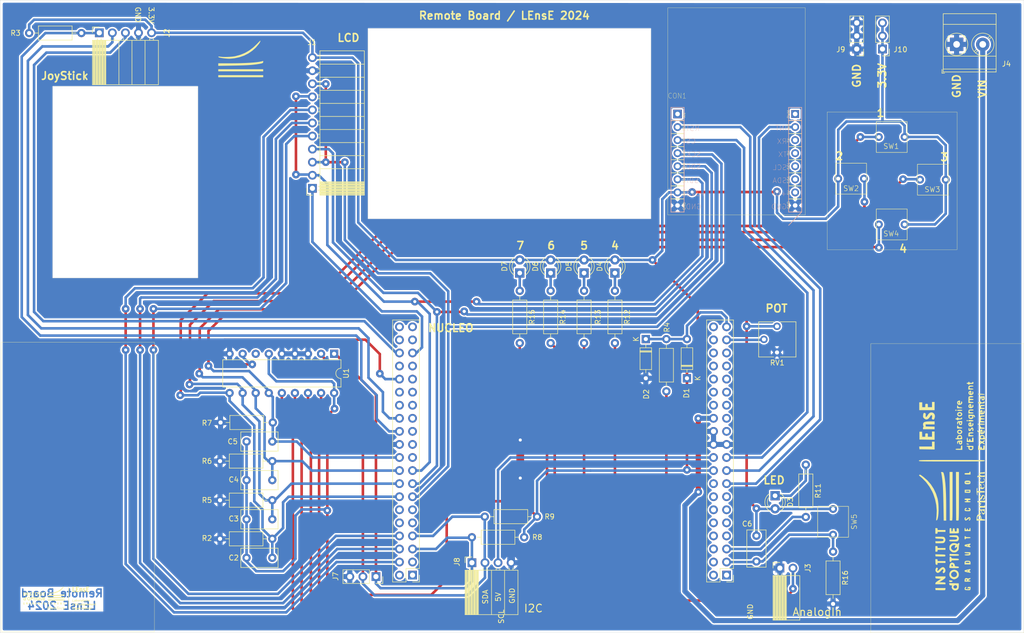
<source format=kicad_pcb>
(kicad_pcb (version 20240108) (generator "pcbnew") (generator_version "8.0")
  (layers (0 "F.Cu" signal) (31 "B.Cu" signal) (34 "B.Paste" user) (35 "F.Paste" user) (36 "B.SilkS" user "B.Silkscreen") (37 "F.SilkS" user "F.Silkscreen") (38 "B.Mask" user) (39 "F.Mask" user) (44 "Edge.Cuts" user))
  (net 0 "")
  (net 1 "GND")
  (net 2 "JOYSW")
  (net 3 "SW1_OUT")
  (net 4 "SW2_OUT")
  (net 5 "SW3_OUT")
  (net 6 "VIN")
  (net 7 "5V_NUC")
  (net 8 "SW4_OUT")
  (net 9 "nRF_CS")
  (net 13 "nRF_CE")
  (net 14 "nRF_INT")
  (net 19 "AN_IN")
  (net 20 "Net-(D3-K)")
  (net 21 "Net-(D4-K)")
  (net 22 "Net-(D5-K)")
  (net 23 "Net-(D6-K)")
  (net 24 "Net-(D7-K)")
  (net 25 "SD_CS")
  (net 26 "LCD_CS")
  (net 27 "LCD_RES")
  (net 28 "LCD_DC")
  (net 29 "JOYY")
  (net 30 "JOYX")
  (net 31 "Net-(J3-Pin_2)")
  (net 38 "3.3V_NUC")
  (net 39 "SCK")
  (net 40 "MISO")
  (net 41 "MOSI")
  (net 43 "ADC_OUT")
  (net 59 "POT_OUT")
  (net 66 "SDA")
  (net 68 "USER_BUTTON")
  (net 69 "SCL")
  (net 76 "MCP_INT")
  (net 81 "LED_OUT")
  (net 83 "LED1")
  (net 84 "LED2")
  (net 85 "LED3")
  (net 86 "LED4")
  (net 88 "SW5_OUT")
  (net 91 "unconnected-(J5-Pin_38-Pad38)")
  (footprint "Connector_PinHeader_2.54mm:PinHeader_2x20_P2.54mm_Vertical" (layer "F.Cu") (at 217.2 141.76 180)
    (property "Reference" "J5" (hide yes))
    (property "Value" "Morpho_Gauche" (hide yes))
  )
  (footprint "Connector_PinHeader_2.54mm:PinHeader_2x20_P2.54mm_Vertical" (layer "F.Cu") (at 156.160001 141.76 180)
    (property "Reference" "J6" (hide yes))
    (property "Value" "Morpho_Droite" (hide yes))
  )
  (footprint "Resistor_THT:R_Axial_DIN0207_L6.3mm_D2.5mm_P10.16mm_Horizontal" (layer "F.Cu") (at 128.9 134.7 180)
    (property "Reference" "R2")
    (property "Value" "8.2k")
  )
  (footprint "miKro:MIKROBUS_MODULE_CONN" (layer "F.Cu") (at 207.67 52.13)
    (property "Reference" "CON1")
    (property "Value" "MikroE-nRF-S-module" (hide yes))
  )
  (footprint "LED_THT:LED_D3.0mm_Clear" (layer "F.Cu") (at 189.5 83.04 90)
    (property "Reference" "D5")
    (property "Value" "LED")
  )
  (footprint "Diode_THT:D_DO-35_SOD27_P7.62mm_Horizontal" (layer "F.Cu") (at 201.5 95.88 -90)
    (property "Reference" "D2")
    (property "Value" "D")
  )
  (footprint "Diode_THT:D_DO-35_SOD27_P7.62mm_Horizontal" (layer "F.Cu") (at 209.5 103.5 90)
    (property "Reference" "D1")
    (property "Value" "D")
  )
  (footprint "Resistor_THT:R_Axial_DIN0207_L6.3mm_D2.5mm_P10.16mm_Horizontal" (layer "F.Cu") (at 177.86 134.4 180)
    (property "Reference" "R8")
    (property "Value" "680")
  )
  (footprint "Resistor_THT:R_Axial_DIN0207_L6.3mm_D2.5mm_P10.16mm_Horizontal" (layer "F.Cu") (at 128.9 127.2 180)
    (property "Reference" "R5")
    (property "Value" "8.2k")
  )
  (footprint "Capacitor_THT:C_Rect_L7.0mm_W3.5mm_P5.00mm" (layer "F.Cu") (at 123.9 123.3)
    (property "Reference" "C4")
    (property "Value" "10nF")
  )
  (footprint "TerminalBlock_Phoenix:TerminalBlock_Phoenix_MKDS-3-2-5.08_1x02_P5.08mm_Horizontal" (layer "F.Cu") (at 261.91 38.6)
    (property "Reference" "J4")
    (property "Value" "BAT_IN")
  )
  (footprint "Resistor_THT:R_Axial_DIN0207_L6.3mm_D2.5mm_P10.16mm_Horizontal" (layer "F.Cu") (at 189.5 86.5 -90)
    (property "Reference" "R13")
    (property "Value" "100")
  )
  (footprint "Connector_PinSocket_2.54mm:PinSocket_1x03_P2.54mm_Vertical" (layer "F.Cu") (at 149.05 142.05 -90)
    (property "Reference" "J7")
    (property "Value" "I2C_Visu")
  )
  (footprint "Resistor_THT:R_Axial_DIN0207_L6.3mm_D2.5mm_P10.16mm_Horizontal" (layer "F.Cu") (at 81.64 36.4)
    (property "Reference" "R3")
    (property "Value" "8.2k")
  )
  (footprint "Connector_PinSocket_2.54mm:PinSocket_1x11_P2.54mm_Horizontal" (layer "F.Cu") (at 136.7 66.58 180)
    (property "Reference" "J1")
    (property "Value" "LCD_SD")
  )
  (footprint "Resistor_THT:R_Axial_DIN0207_L6.3mm_D2.5mm_P10.16mm_Horizontal" (layer "F.Cu") (at 195.5 86.5 -90)
    (property "Reference" "R12")
    (property "Value" "100")
  )
  (footprint "LEnsE_devices:Switch" (layer "F.Cu") (at 233.4 131.4 -90)
    (property "Reference" "SW5")
    (property "Value" "SW_5")
  )
  (footprint "Connector_PinSocket_2.54mm:PinSocket_1x04_P2.54mm_Horizontal" (layer "F.Cu") (at 167.7 139.35 90)
    (property "Reference" "J8")
    (property "Value" "I2C_EXT")
  )
  (footprint "LEnsE_devices:Logo_Alone" (layer "F.Cu") (at 122.8 41.4)
    (property "Reference" "G***" (hide yes))
    (property "Value" "LOGO" (hide yes))
  )
  (footprint "Resistor_THT:R_Axial_DIN0207_L6.3mm_D2.5mm_P10.16mm_Horizontal" (layer "F.Cu") (at 129 112.1 180)
    (property "Reference" "R7")
    (property "Value" "8.2k")
  )
  (footprint "Resistor_THT:R_Axial_DIN0207_L6.3mm_D2.5mm_P10.16mm_Horizontal" (layer "F.Cu") (at 183 86.5 -90)
    (property "Reference" "R14")
    (property "Value" "100")
  )
  (footprint "Connector_PinHeader_2.54mm:PinHeader_1x03_P2.54mm_Vertical" (layer "F.Cu") (at 242.5 39.5 180)
    (property "Reference" "J9")
    (property "Value" "GND_reg")
  )
  (footprint "Connector_PinSocket_2.54mm:PinSocket_1x05_P2.54mm_Horizontal" (layer "F.Cu") (at 95.275 36.35 90)
    (property "Reference" "J2")
    (property "Value" "JoyStick")
  )
  (footprint "LEnsE_devices:Switch" (layer "F.Cu") (at 249.3 52.1 180)
    (property "Reference" "SW1")
    (property "Value" "SW_1")
  )
  (footprint "LED_THT:LED_D3.0mm_Clear" (layer "F.Cu") (at 177 83.04 90)
    (property "Reference" "D7")
    (property "Value" "LED")
  )
  (footprint "Resistor_THT:R_Axial_DIN0207_L6.3mm_D2.5mm_P10.16mm_Horizontal" (layer "F.Cu") (at 237.9 137.2 -90)
    (property "Reference" "R16")
    (property "Value" "8.2k")
  )
  (footprint "Resistor_THT:R_Axial_DIN0207_L6.3mm_D2.5mm_P10.16mm_Horizontal" (layer "F.Cu") (at 232.6 120.3 -90)
    (property "Reference" "R11")
    (property "Value" "100")
  )
  (footprint "Resistor_THT:R_Axial_DIN0207_L6.3mm_D2.5mm_P10.16mm_Horizontal" (layer "F.Cu") (at 180.36 130.4 180)
    (property "Reference" "R9")
    (property "Value" "680")
  )
  (footprint "LED_THT:LED_D3.0mm_Clear" (layer "F.Cu") (at 195.5 83.04 90)
    (property "Reference" "D4")
    (property "Value" "LED")
  )
  (footprint "Capacitor_THT:C_Rect_L7.0mm_W3.5mm_P5.00mm" (layer "F.Cu") (at 123.9 130.9)
    (property "Reference" "C3")
    (property "Value" "10nF")
  )
  (footprint "Resistor_THT:R_Axial_DIN0207_L6.3mm_D2.5mm_P10.16mm_Horizontal" (layer "F.Cu") (at 128.9 119.6 180)
    (property "Reference" "R6")
    (property "Value" "8.2k")
  )
  (footprint "LED_THT:LED_D3.0mm_Clear" (layer "F.Cu") (at 183 83.04 90)
    (property "Reference" "D6")
    (property "Value" "LED")
  )
  (footprint "Capacitor_THT:C_Rect_L7.0mm_W3.5mm_P5.00mm" (layer "F.Cu") (at 123.9 138.4)
    (property "Reference" "C2")
    (property "Value" "10nF")
  )
  (footprint "Potentiometer_THT:Potentiometer_Vishay_T73YP_Vertical" (layer "F.Cu") (at 227 93.4 180)
    (property "Reference" "RV1")
    (property "Value" "R_10k")
  )
  (footprint "LEnsE_devices:Switch" (layer "F.Cu") (at 257.3 60.4 180)
    (property "Reference" "SW3")
    (property "Value" "SW_3")
  )
  (footprint "LEnsE_devices:Logo_Big" (layer "F.Cu") (at 260.4 124.4 90)
    (property "Reference" "G***" (hide yes))
    (property "Value" "LOGO" (hide yes))
  )
  (footprint "LEnsE_devices:Switch" (layer "F.Cu") (at 249.3 69.1 180)
    (property "Reference" "SW4")
    (property "Value" "SW_4")
  )
  (footprint "LEnsE_devices:Logo_Small" (layer "F.Cu") (at 87.6 146)
    (property "Reference" "G***" (hide yes))
    (property "Value" "LOGO" (hide yes))
  )
  (footprint "Connector_PinSocket_2.54mm:PinSocket_1x02_P2.54mm_Horizontal" (layer "F.Cu") (at 227.56 140.4 90)
    (property "Reference" "J3")
    (property "Value" "AnalogIn")
  )
  (footprint "LEnsE_devices:Switch" (layer "F.Cu") (at 241.4 69.2)
    (property "Reference" "SW2")
    (property "Value" "SW_2")
  )
  (footprint "Resistor_THT:R_Axial_DIN0207_L6.3mm_D2.5mm_P10.16mm_Horizontal" (layer "F.Cu") (at 177 86.5 -90)
    (property "Reference" "R15")
    (property "Value" "100")
  )
  (footprint "Connector_PinHeader_2.54mm:PinHeader_1x03_P2.54mm_Vertical" (layer "F.Cu") (at 247.5 39.5 180)
    (property "Reference" "J10")
    (property "Value" "3.3V_reg")
  )
  (footprint "Package_DIP:DIP-18_W7.62mm" (layer "F.Cu") (at 140.92 98.74 -90)
    (property "Reference" "U1")
    (property "Value" "MCP23008-xP")
  )
  (footprint "Capacitor_THT:C_Rect_L7.0mm_W3.5mm_P5.00mm" (layer "F.Cu") (at 123.9 115.8)
    (property "Reference" "C5")
    (property "Value" "10nF")
  )
  (footprint "Resistor_THT:R_Axial_DIN0207_L6.3mm_D2.5mm_P10.16mm_Horizontal" (layer "F.Cu") (at 205.5 106.04 90)
    (property "Reference" "R4")
    (property "Value" "1.2k")
  )
  (footprint "LED_THT:LED_D3.0mm_Clear" (layer "F.Cu") (at 226.625 126.325 -90)
    (property "Reference" "D3")
    (property "Value" "LED")
  )
  (footprint "Capacitor_THT:C_Rect_L7.0mm_W3.5mm_P5.00mm" (layer "F.Cu") (at 223 134.1 -90)
    (property "Reference" "C6")
    (property "Value" "10nF")
  )
  (gr_rect (start 245.25 96.75) (end 275 153) (stroke (width 0.05)) (fill none) (layer "F.SilkS"))
  (gr_rect (start 205.75 31.5) (end 232.5 71.75) (stroke (width 0.05)) (fill none) (layer "F.SilkS"))
  (gr_rect (start 76.25 96.5) (end 106 152.75) (stroke (width 0.05)) (fill none) (layer "F.SilkS"))
  (gr_rect (start 236.75 51.75) (end 262 78.5) (stroke (width 0.05)) (fill none) (layer "F.SilkS"))
  (gr_rect (start 76 30) (end 275 153) (stroke (width 0.05)) (fill none) (layer "Edge.Cuts"))
  (gr_rect (start 86.2 46.75) (end 114.45 84) (stroke (width 0.05)) (fill none) (layer "Edge.Cuts"))
  (gr_rect (start 147.5 35.5) (end 202.5 72.5) (stroke (width 0.05)) (fill none) (layer "Edge.Cuts"))
  (gr_text "Remote Board\nLEnsE 2024" (at 88 146.5 0) (layer "B.Cu") (effects (font (size 1.5 1.5) (thickness 0.3)) (justify mirror)))
  (gr_text "3" (at 258.6 61.4 0) (layer "F.SilkS") (effects (font (size 1.5 1.5) (thickness 0.3) (bold yes)) (justify left bottom)))
  (gr_text "1" (at 246.2 52.8 0) (layer "F.SilkS") (effects (font (size 1.5 1.5) (thickness 0.3) (bold yes)) (justify left bottom)))
  (gr_text "GND" (at 243.381714 47.189714 90) (layer "F.SilkS") (effects (font (size 1.5 1.5) (thickness 0.3) (bold yes)) (justify left bottom)))
  (gr_text "NUCLEO" (at 159 94.6 0) (layer "F.SilkS") (effects (font (size 1.5 1.5) (thickness 0.3) (bold yes)) (justify left bottom)))
  (gr_text "GND" (at 222.4 150.5 90) (layer "F.SilkS") (effects (font (size 1 1)) (justify left bottom)))
  (gr_text "SCL" (at 174 151.3 90) (layer "F.SilkS") (effects (font (size 1 1)) (justify left bottom)))
  (gr_text "4" (at 250.6 79.2 0) (layer "F.SilkS") (effects (font (size 1.5 1.5) (thickness 0.3) (bold yes)) (justify left bottom)))
  (gr_text "6" (at 182.2 78.6 0) (layer "F.SilkS") (effects (font (size 1.5 1.5) (thickness 0.3) (bold yes)) (justify left bottom)))
  (gr_text "7" (at 176.2 78.6 0) (layer "F.SilkS") (effects (font (size 1.5 1.5) (thickness 0.3) (bold yes)) (justify left bottom)))
  (gr_text "JoyStick" (at 83.8 45.6 0) (layer "F.SilkS") (effects (font (size 1.5 1.5) (thickness 0.3) (bold yes)) (justify left bottom)))
  (gr_text "GND" (at 262.8 49.2 90) (layer "F.SilkS") (effects (font (size 1.5 1.5) (thickness 0.3) (bold yes)) (justify left bottom)))
  (gr_text "GND" (at 176.1 147.4 90) (layer "F.SilkS") (effects (font (size 1 1)) (justify left bottom)))
  (gr_text "LCD\n" (at 141.4 38.2 0) (layer "F.SilkS") (effects (font (size 1.5 1.5) (thickness 0.3) (bold yes)) (justify left bottom)))
  (gr_text "POT" (at 224.6 90.8 0) (layer "F.SilkS") (effects (font (size 1.5 1.5) (thickness 0.3) (bold yes)) (justify left bottom)))
  (gr_text "5" (at 188.6 78.6 0) (layer "F.SilkS") (effects (font (size 1.5 1.5) (thickness 0.3) (bold yes)) (justify left bottom)))
  (gr_text "GND" (at 102.2 31.199998 -90) (layer "F.SilkS") (effects (font (size 1 1)) (justify left bottom)))
  (gr_text "I2C" (at 177.7 149.1 0) (layer "F.SilkS") (effects (font (size 1.5 1.5) (thickness 0.2)) (justify left bottom)))
  (gr_text "SDA" (at 170.9 147.5 90) (layer "F.SilkS") (effects (font (size 1 1)) (justify left bottom)))
  (gr_text "5V" (at 173.4 147 90) (layer "F.SilkS") (effects (font (size 1 1)) (justify left bottom)))
  (gr_text "3.3V" (at 104.8 31.2 270) (layer "F.SilkS") (effects (font (size 1 1)) (justify left bottom)))
  (gr_text "4" (at 194.6 78.6 0) (layer "F.SilkS") (effects (font (size 1.5 1.5) (thickness 0.3) (bold yes)) (justify left bottom)))
  (gr_text "AnalogIn" (at 229.9 149.8 0) (layer "F.SilkS") (effects (font (size 1.5 1.5) (thickness 0.2)) (justify left bottom)))
  (gr_text "VIN" (at 267.8 49.2 90) (layer "F.SilkS") (effects (font (size 1.5 1.5) (thickness 0.3) (bold yes)) (justify left bottom)))
  (gr_text "3.3V" (at 248.324571 47.332571 90) (layer "F.SilkS") (effects (font (size 1.5 1.5) (thickness 0.3) (bold yes)) (justify left bottom)))
  (gr_text "Remote Board / LEnsE 2024" (at 174 33 0) (layer "F.SilkS") (effects (font (size 1.5 1.5) (thickness 0.3) (bold yes))))
  (gr_text "LED" (at 224.2 124.2 0) (layer "F.SilkS") (effects (font (size 1.5 1.5) (thickness 0.3) (bold yes)) (justify left bottom)))
  (gr_text "2" (at 238.2 61.2 0) (layer "F.SilkS") (effects (font (size 1.5 1.5) (thickness 0.3) (bold yes)) (justify left bottom)))
  (segment (start 177.1 122.9) (end 177.1 115.5) (width 1.5) (layer "F.Cu") (net 1))
  (via (at 177.1 115.5) (size 1.5) (drill 0.6) (layers "F.Cu" "B.Cu") (net 1))
  (via (at 177.1 122.9) (size 1.5) (drill 0.6) (layers "F.Cu" "B.Cu") (net 1))
  (segment (start 175.32 139.35) (end 175.32 124.68) (width 1.5) (layer "B.Cu") (net 1))
  (segment (start 175.32 124.68) (end 177.1 122.9) (width 1.5) (layer "B.Cu") (net 1))
  (segment (start 189.1 103.5) (end 201.5 103.5) (width 1.5) (layer "B.Cu") (net 1))
  (segment (start 177.1 115.5) (end 189.1 103.5) (width 1.5) (layer "B.Cu") (net 1))
  (segment (start 91.8 36.4) (end 84.8 36.4) (width 0.5) (layer "B.Cu") (net 2))
  (segment (start 145.2 95.2) (end 146.2 96.2) (width 0.5) (layer "B.Cu") (net 2))
  (segment (start 83.8 95.2) (end 145.2 95.2) (width 0.5) (layer "B.Cu") (net 2))
  (segment (start 95.205 36.42) (end 95.275 36.35) (width 0.5) (layer "B.Cu") (net 2))
  (segment (start 146.2 96.2) (end 146.2 103.8) (width 0.5) (layer "B.Cu") (net 2))
  (segment (start 95.225 36.4) (end 95.275 36.35) (width 0.5) (layer "B.Cu") (net 2))
  (segment (start 80.2 91.6) (end 83.8 95.2) (width 0.5) (layer "B.Cu") (net 2))
  (segment (start 146.2 103.8) (end 149.2 106.8) (width 0.5) (layer "B.Cu") (net 2))
  (segment (start 149.2 106.8) (end 149.2 111.4) (width 0.5) (layer "B.Cu") (net 2))
  (segment (start 84.8 36.4) (end 80.2 41) (width 0.5) (layer "B.Cu") (net 2))
  (segment (start 149.2 111.4) (end 151.62 113.82) (width 0.5) (layer "B.Cu") (net 2))
  (segment (start 91.8 36.4) (end 95.225 36.4) (width 0.5) (layer "B.Cu") (net 2))
  (segment (start 80.2 41) (end 80.2 91.6) (width 0.5) (layer "B.Cu") (net 2))
  (segment (start 151.62 113.82) (end 153.620001 113.82) (width 0.5) (layer "B.Cu") (net 2))
  (segment (start 116.3 87) (end 138 87) (width 0.5) (layer "F.Cu") (net 3))
  (segment (start 241.3 70.2) (end 241.3 58.5) (width 0.5) (layer "F.Cu") (net 3))
  (segment (start 241.3 58.5) (end 243.2 56.6) (width 0.5) (layer "F.Cu") (net 3))
  (segment (start 237.6 73.9) (end 241.3 70.2) (width 0.5) (layer "F.Cu") (net 3))
  (segment (start 111 106.8) (end 111.1 106.7) (width 0.5) (layer "F.Cu") (net 3))
  (segment (start 138 87) (end 151.1 73.9) (width 0.5) (layer "F.Cu") (net 3))
  (segment (start 111.1 106.7) (end 111.1 92.2) (width 0.5) (layer "F.Cu") (net 3))
  (segment (start 111.1 92.2) (end 116.3 87) (width 0.5) (layer "F.Cu") (net 3))
  (segment (start 151.1 73.9) (end 237.6 73.9) (width 0.5) (layer "F.Cu") (net 3))
  (via (at 111 106.8) (size 1.5) (drill 0.6) (layers "F.Cu" "B.Cu") (net 3))
  (via (at 243.2 56.6) (size 1.5) (drill 0.6) (layers "F.Cu" "B.Cu") (net 3))
  (segment (start 131 132.6) (end 131 127.6) (width 0.5) (layer "B.Cu") (net 3))
  (segment (start 131 127.6) (end 132.08 126.52) (width 0.5) (layer "B.Cu") (net 3))
  (segment (start 120.6 106.36) (end 120.54 106.3) (width 0.5) (layer "B.Cu") (net 3))
  (segment (start 114.9 106.3) (end 114.4 106.8) (width 0.5) (layer "B.Cu") (net 3))
  (segment (start 120.6 106.36) (end 120.6 107.9) (width 0.5) (layer "B.Cu") (net 3))
  (segment (start 132.08 126.52) (end 153.620001 126.52) (width 0.5) (layer "B.Cu") (net 3))
  (segment (start 127 129) (end 127 132.8) (width 0.5) (layer "B.Cu") (net 3))
  (segment (start 114.4 106.8) (end 111 106.8) (width 0.5) (layer "B.Cu") (net 3))
  (segment (start 125.4 127.4) (end 127 129) (width 0.5) (layer "B.Cu") (net 3))
  (segment (start 127 132.8) (end 128.9 134.7) (width 0.5) (layer "B.Cu") (net 3))
  (segment (start 125.4 112.7) (end 125.4 127.4) (width 0.5) (layer "B.Cu") (net 3))
  (segment (start 243.2 56.6) (end 246.8 56.6) (width 0.5) (layer "B.Cu") (net 3))
  (segment (start 128.9 138.4) (end 128.9 134.7) (width 0.5) (layer "B.Cu") (net 3))
  (segment (start 128.9 134.7) (end 131 132.6) (width 0.5) (layer "B.Cu") (net 3))
  (segment (start 120.6 107.9) (end 125.4 112.7) (width 0.5) (layer "B.Cu") (net 3))
  (segment (start 120.54 106.3) (end 114.9 106.3) (width 0.5) (layer "B.Cu") (net 3))
  (segment (start 152 75.1) (end 239.1 75.1) (width 0.5) (layer "F.Cu") (net 4))
  (segment (start 112.9 93.1) (end 117.5 88.5) (width 0.5) (layer "F.Cu") (net 4))
  (segment (start 117.5 88.5) (end 138.6 88.5) (width 0.5) (layer "F.Cu") (net 4))
  (segment (start 138.6 88.5) (end 152 75.1) (width 0.5) (layer "F.Cu") (net 4))
  (segment (start 112.8 104.7) (end 112.9 104.6) (width 0.5) (layer "F.Cu") (net 4))
  (segment (start 112.9 104.6) (end 112.9 93.1) (width 0.5) (layer "F.Cu") (net 4))
  (segment (start 239.1 75.1) (end 244 70.2) (width 0.5) (layer "F.Cu") (net 4))
  (segment (start 244 70.2) (end 244 69.2) (width 0.5) (layer "F.Cu") (net 4))
  (via (at 244 69.2) (size 1.5) (drill 0.6) (layers "F.Cu" "B.Cu") (net 4))
  (via (at 112.8 104.7) (size 1.5) (drill 0.6) (layers "F.Cu" "B.Cu") (net 4))
  (segment (start 122.1 104.6) (end 123.14 105.64) (width 0.5) (layer "B.Cu") (net 4))
  (segment (start 132.62 123.98) (end 153.620001 123.98) (width 0.5) (layer "B.Cu") (net 4))
  (segment (start 128.9 127.2) (end 129 127.1) (width 0.5) (layer "B.Cu") (net 4))
  (segment (start 129.5 127.1) (end 132.62 123.98) (width 0.5) (layer "B.Cu") (net 4))
  (segment (start 126.4 111.9) (end 126.4 125.6) (width 0.5) (layer "B.Cu") (net 4))
  (segment (start 127.6 127.2) (end 128.9 127.2) (width 0.5) (layer "B.Cu") (net 4))
  (segment (start 244 64.8) (end 243.9 64.7) (width 0.5) (layer "B.Cu") (net 4))
  (segment (start 112.8 104.7) (end 112.9 104.6) (width 0.5) (layer "B.Cu") (net 4))
  (segment (start 123.14 108.64) (end 126.4 111.9) (width 0.5) (layer "B.Cu") (net 4))
  (segment (start 128.9 127.2) (end 128.9 130.9) (width 0.5) (layer "B.Cu") (net 4))
  (segment (start 123.14 105.64) (end 123.14 106.36) (width 0.5) (layer "B.Cu") (net 4))
  (segment (start 126.4 126) (end 127.6 127.2) (width 0.5) (layer "B.Cu") (net 4))
  (segment (start 123.14 106.36) (end 123.14 108.64) (width 0.5) (layer "B.Cu") (net 4))
  (segment (start 112.9 104.6) (end 122.1 104.6) (width 0.5) (layer "B.Cu") (net 4))
  (segment (start 128.9 126.8) (end 128.9 127.2) (width 0.5) (layer "B.Cu") (net 4))
  (segment (start 244 69.2) (end 244 64.8) (width 0.5) (layer "B.Cu") (net 4))
  (segment (start 129 127.1) (end 129.5 127.1) (width 0.5) (layer "B.Cu") (net 4))
  (segment (start 251.7 64.8) (end 251.5 64.8) (width 0.5) (layer "F.Cu") (net 5))
  (segment (start 114.8 93.8) (end 118.5 90.1) (width 0.5) (layer "F.Cu") (net 5))
  (segment (start 239.7 76.6) (end 251.5 64.8) (width 0.5) (layer "F.Cu") (net 5))
  (segment (start 152.6 76.6) (end 239.7 76.6) (width 0.5) (layer "F.Cu") (net 5))
  (segment (start 114.8 102.5) (end 114.8 93.8) (width 0.5) (layer "F.Cu") (net 5))
  (segment (start 114.7 102.6) (end 114.8 102.5) (width 0.5) (layer "F.Cu") (net 5))
  (segment (start 118.5 90.1) (end 139.1 90.1) (width 0.5) (layer "F.Cu") (net 5))
  (segment (start 139.1 90.1) (end 152.6 76.6) (width 0.5) (layer "F.Cu") (net 5))
  (via (at 251.5 64.8) (size 1.5) (drill 0.6) (layers "F.Cu" "B.Cu") (net 5))
  (via (at 114.7 102.6) (size 1.5) (drill 0.6) (layers "F.Cu" "B.Cu") (net 5))
  (segment (start 128.9 119.6) (end 134.72 119.6) (width 0.5) (layer "B.Cu") (net 5))
  (segment (start 128.9 119.6) (end 128.9 123.3) (width 0.5) (layer "B.Cu") (net 5))
  (segment (start 128.1 119.6) (end 128.9 119.6) (width 0.5) (layer "B.Cu") (net 5))
  (segment (start 136.56 121.44) (end 153.620001 121.44) (width 0.5) (layer "B.Cu") (net 5))
  (segment (start 115.4 103.3) (end 123.1 103.3) (width 0.5) (layer "B.Cu") (net 5))
  (segment (start 127.4 111.05) (end 127.4 118.9) (width 0.5) (layer "B.Cu") (net 5))
  (segment (start 125.68 109.33) (end 127.4 111.05) (width 0.5) (layer "B.Cu") (net 5))
  (segment (start 134.72 119.6) (end 136.56 121.44) (width 0.5) (layer "B.Cu") (net 5))
  (segment (start 127.4 118.9) (end 128.1 119.6) (width 0.5) (layer "B.Cu") (net 5))
  (segment (start 123.1 103.3) (end 125.68 105.88) (width 0.5) (layer "B.Cu") (net 5))
  (segment (start 114.7 102.6) (end 115.4 103.3) (width 0.5) (layer "B.Cu") (net 5))
  (segment (start 125.68 105.88) (end 125.68 106.36) (width 0.5) (layer "B.Cu") (net 5))
  (segment (start 254.7 64.8) (end 254.8 64.9) (width 0.5) (layer "B.Cu") (net 5))
  (segment (start 251.5 64.8) (end 254.7 64.8) (width 0.5) (layer "B.Cu") (net 5))
  (segment (start 125.68 106.36) (end 125.68 109.33) (width 0.5) (layer "B.Cu") (net 5))
  (segment (start 211.7 125.6) (end 211.7 111.3) (width 1) (layer "F.Cu") (net 6))
  (via (at 211.7 125.6) (size 1.5) (drill 0.6) (layers "F.Cu" "B.Cu") (net 6))
  (via (at 211.7 111.3) (size 1.5) (drill 0.6) (layers "F.Cu" "B.Cu") (net 6))
  (segment (start 211.72 111.28) (end 211.7 111.3) (width 1) (layer "B.Cu") (net 6))
  (segment (start 209.1 128.2) (end 209.1 144.9) (width 1) (layer "B.Cu") (net 6))
  (segment (start 214.66 111.28) (end 211.72 111.28) (width 1) (layer "B.Cu") (net 6))
  (segment (start 214.8 150.6) (end 262.1 150.6) (width 1) (layer "B.Cu") (net 6))
  (segment (start 266.99 145.71) (end 266.99 38.6) (width 1) (layer "B.Cu") (net 6))
  (segment (start 209.1 144.9) (end 214.8 150.6) (width 1) (layer "B.Cu") (net 6))
  (segment (start 211.7 125.6) (end 209.1 128.2) (width 1) (layer "B.Cu") (net 6))
  (segment (start 262.1 150.6) (end 266.99 145.71) (width 1) (layer "B.Cu") (net 6))
  (segment (start 172.78 121.32) (end 175.2 118.9) (width 0.5) (layer "B.Cu") (net 7))
  (segment (start 175.2 118.9) (end 214.66 118.9) (width 0.5) (layer "B.Cu") (net 7))
  (segment (start 172.78 139.35) (end 172.78 121.32) (width 0.5) (layer "B.Cu") (net 7))
  (segment (start 116.4 101) (end 116.5 101.1) (width 0.5) (layer "F.Cu") (net 8))
  (segment (start 246.7 78) (end 153.3 78) (width 0.5) (layer "F.Cu") (net 8))
  (segment (start 139.8 91.5) (end 119.3 91.5) (width 0.5) (layer "F.Cu") (net 8))
  (segment (start 246.8 78.1) (end 246.7 78) (width 0.5) (layer "F.Cu") (net 8))
  (segment (start 153.3 78) (end 139.8 91.5) (width 0.5) (layer "F.Cu") (net 8))
  (segment (start 116.5 101.1) (end 116.5 94.3) (width 0.5) (layer "F.Cu") (net 8))
  (segment (start 119.3 91.5) (end 116.5 94.3) (width 0.5) (layer "F.Cu") (net 8))
  (via (at 116.5 101.1) (size 1.5) (drill 0.6) (layers "F.Cu" "B.Cu") (net 8))
  (via (at 246.8 78.1) (size 1.5) (drill 0.6) (layers "F.Cu" "B.Cu") (net 8))
  (via (at 246.8 78.1) (size 1.5) (drill 0.6) (layers "F.Cu" "B.Cu") (net 8))
  (segment (start 129 107.14) (end 128.22 106.36) (width 0.5) (layer "B.Cu") (net 8))
  (segment (start 117.5 102.1) (end 124.4 102.1) (width 0.5) (layer "B.Cu") (net 8))
  (segment (start 128.9 115.8) (end 133.65 115.8) (width 0.5) (layer "B.Cu") (net 8))
  (segment (start 153.520001 118.8) (end 153.620001 118.9) (width 0.5) (layer "B.Cu") (net 8))
  (segment (start 246.8 73.6) (end 246.8 78.1) (width 0.5) (layer "B.Cu") (net 8))
  (segment (start 136.75 118.9) (end 153.620001 118.9) (width 0.5) (layer "B.Cu") (net 8))
  (segment (start 129 115.7) (end 129 107.14) (width 0.5) (layer "B.Cu") (net 8))
  (segment (start 128.22 105.92) (end 128.22 106.36) (width 0.5) (layer "B.Cu") (net 8))
  (segment (start 116.5 101.1) (end 117.5 102.1) (width 0.5) (layer "B.Cu") (net 8))
  (segment (start 129 112.1) (end 129 111.1) (width 0.5) (layer "B.Cu") (net 8))
  (segment (start 124.4 102.1) (end 128.22 105.92) (width 0.5) (layer "B.Cu") (net 8))
  (segment (start 128.9 115.8) (end 129 115.7) (width 0.5) (layer "B.Cu") (net 8))
  (segment (start 133.65 115.8) (end 136.75 118.9) (width 0.5) (layer "B.Cu") (net 8))
  (segment (start 220.6 74.6) (end 232.9 86.9) (width 0.5) (layer "B.Cu") (net 9))
  (segment (start 219.11 57.21) (end 220.6 58.7) (width 0.5) (layer "B.Cu") (net 9))
  (segment (start 207.67 57.21) (end 219.11 57.21) (width 0.5) (layer "B.Cu") (net 9))
  (segment (start 224.1 118.9) (end 217.2 118.9) (width 0.5) (layer "B.Cu") (net 9))
  (segment (start 232.9 110.1) (end 224.1 118.9) (width 0.5) (layer "B.Cu") (net 9))
  (segment (start 232.9 86.9) (end 232.9 110.1) (width 0.5) (layer "B.Cu") (net 9))
  (segment (start 220.6 58.7) (end 220.6 74.6) (width 0.5) (layer "B.Cu") (net 9))
  (segment (start 221.8 74.1) (end 221.8 56.6) (width 0.5) (layer "B.Cu") (net 13))
  (segment (start 234.1 110.9) (end 234.1 86.4) (width 0.5) (layer "B.Cu") (net 13))
  (segment (start 219.87 54.67) (end 207.67 54.67) (width 0.5) (layer "B.Cu") (net 13))
  (segment (start 221.8 56.6) (end 219.87 54.67) (width 0.5) (layer "B.Cu") (net 13))
  (segment (start 234.1 86.4) (end 221.8 74.1) (width 0.5) (layer "B.Cu") (net 13))
  (segment (start 223.56 121.44) (end 234.1 110.9) (width 0.5) (layer "B.Cu") (net 13))
  (segment (start 217.2 121.44) (end 223.56 121.44) (width 0.5) (layer "B.Cu") (net 13))
  (segment (start 223.5 74.2) (end 223.5 56.7) (width 0.5) (layer "B.Cu") (net 14))
  (segment (start 235.4 111.5) (end 235.4 86.1) (width 0.5) (layer "B.Cu") (net 14))
  (segment (start 222.92 123.98) (end 235.4 111.5) (width 0.5) (layer "B.Cu") (net 14))
  (segment (start 225.53 54.67) (end 230.53 54.67) (width 0.5) (layer "B.Cu") (net 14))
  (segment (start 217.2 123.98) (end 222.92 123.98) (width 0.5) (layer "B.Cu") (net 14))
  (segment (start 223.5 56.7) (end 225.53 54.67) (width 0.5) (layer "B.Cu") (net 14))
  (segment (start 235.4 86.1) (end 223.5 74.2) (width 0.5) (layer "B.Cu") (net 14))
  (segment (start 209.5 95.88) (end 209.5 93.3) (width 0.5) (layer "B.Cu") (net 19))
  (segment (start 201.5 95.88) (end 205.5 95.88) (width 0.5) (layer "B.Cu") (net 19))
  (segment (start 212.1 90.7) (end 216.2 90.7) (width 0.5) (layer "B.Cu") (net 19))
  (segment (start 209.5 93.3) (end 212.1 90.7) (width 0.5) (layer "B.Cu") (net 19))
  (segment (start 205.5 95.88) (end 209.5 95.88) (width 0.5) (layer "B.Cu") (net 19))
  (segment (start 217.2 91.7) (end 217.2 93.5) (width 0.5) (layer "B.Cu") (net 19))
  (segment (start 216.2 90.7) (end 217.2 91.7) (width 0.5) (layer "B.Cu") (net 19))
  (segment (start 229.675 126.325) (end 232.6 123.4) (width 0.5) (layer "B.Cu") (net 20))
  (segment (start 232.6 123.4) (end 232.6 120.3) (width 0.5) (layer "B.Cu") (net 20))
  (segment (start 226.625 126.325) (end 229.675 126.325) (width 0.5) (layer "B.Cu") (net 20))
  (segment (start 195.5 86.5) (end 195.5 83.04) (width 0.5) (layer "B.Cu") (net 21))
  (segment (start 189.5 83.04) (end 189.5 86.5) (width 0.5) (layer "B.Cu") (net 22))
  (segment (start 183 83.04) (end 183 86.5) (width 0.5) (layer "B.Cu") (net 23))
  (segment (start 177 83.04) (end 177 86.5) (width 0.5) (layer "B.Cu") (net 24))
  (segment (start 158 97.5) (end 156.92 98.58) (width 0.5) (layer "B.Cu") (net 25))
  (segment (start 156.92 98.58) (end 156.160001 98.58) (width 0.5) (layer "B.Cu") (net 25))
  (segment (start 157 90.5) (end 158 91.5) (width 0.5) (layer "B.Cu") (net 25))
  (segment (start 136.7 77) (end 150.2 90.5) (width 0.5) (layer "B.Cu") (net 25))
  (segment (start 150.2 90.5) (end 157 90.5) (width 0.5) (layer "B.Cu") (net 25))
  (segment (start 158 91.5) (end 158 97.5) (width 0.5) (layer "B.Cu") (net 25))
  (segment (start 136.7 66.58) (end 136.7 77) (width 0.5) (layer "B.Cu") (net 25))
  (segment (start 105.8 98) (end 105.8 90) (width 0.5) (layer "F.Cu") (net 26))
  (via (at 105.8 90) (size 1.5) (drill 0.6) (layers "F.Cu" "B.Cu") (net 26))
  (via (at 105.8 98) (size 1.5) (drill 0.6) (layers "F.Cu" "B.Cu") (net 26))
  (segment (start 131.6 58) (end 133.18 56.42) (width 0.5) (layer "B.Cu") (net 26))
  (segment (start 105.8 138.6) (end 112.6 145.4) (width 0.5) (layer "B.Cu") (net 26))
  (segment (start 130 145.4) (end 141.26 134.14) (width 0.5) (layer "B.Cu") (net 26))
  (segment (start 105.8 98) (end 105.8 138.6) (width 0.5) (layer "B.Cu") (net 26))
  (segment (start 126.6 90) (end 131.6 85) (width 0.5) (layer "B.Cu") (net 26))
  (segment (start 112.6 145.4) (end 130 145.4) (width 0.5) (layer "B.Cu") (net 26))
  (segment (start 133.18 56.42) (end 136.7 56.42) (width 0.5) (layer "B.Cu") (net 26))
  (segment (start 105.8 90) (end 126.6 90) (width 0.5) (layer "B.Cu") (net 26))
  (segment (start 131.6 85) (end 131.6 58) (width 0.5) (layer "B.Cu") (net 26))
  (segment (start 141.26 134.14) (end 153.620001 134.14) (width 0.5) (layer "B.Cu") (net 26))
  (segment (start 103.2 90) (end 103.2 98) (width 0.5) (layer "F.Cu") (net 27))
  (via (at 103.2 98) (size 1.5) (drill 0.6) (layers "F.Cu" "B.Cu") (net 27))
  (via (at 103.2 90) (size 1.5) (drill 0.6) (layers "F.Cu" "B.Cu") (net 27))
  (segment (start 126 87.8) (end 129.6 84.2) (width 0.5) (layer "B.Cu") (net 27))
  (segment (start 103.2 90) (end 103.2 88) (width 0.5) (layer "B.Cu") (net 27))
  (segment (start 132.72 53.88) (end 136.7 53.88) (width 0.5) (layer "B.Cu") (net 27))
  (segment (start 111 147.2) (end 103.2 139.4) (width 0.5) (layer "B.Cu") (net 27))
  (segment (start 129.6 84.2) (end 129.6 57) (width 0.5) (layer "B.Cu") (net 27))
  (segment (start 129.6 57) (end 132.72 53.88) (width 0.5) (layer "B.Cu") (net 27))
  (segment (start 103.2 139.4) (end 103.2 98) (width 0.5) (layer "B.Cu") (net 27))
  (segment (start 141.52 136.68) (end 131 147.2) (width 0.5) (layer "B.Cu") (net 27))
  (segment (start 103.2 88) (end 103.4 87.8) (width 0.5) (layer "B.Cu") (net 27))
  (segment (start 153.620001 136.68) (end 141.52 136.68) (width 0.5) (layer "B.Cu") (net 27))
  (segment (start 131 147.2) (end 111 147.2) (width 0.5) (layer "B.Cu") (net 27))
  (segment (start 103.4 87.8) (end 126 87.8) (width 0.5) (layer "B.Cu") (net 27))
  (segment (start 100.4 90) (end 100.4 98) (width 0.5) (layer "F.Cu") (net 28))
  (via (at 100.4 90) (size 1.5) (drill 0.6) (layers "F.Cu" "B.Cu") (net 28))
  (via (at 100.4 98) (size 1.5) (drill 0.6) (layers "F.Cu" "B.Cu") (net 28))
  (segment (start 109.8 149) (end 131.6 149) (width 0.5) (layer "B.Cu") (net 28))
  (segment (start 102.2 86) (end 125.1 86) (width 0.5) (layer "B.Cu") (net 28))
  (segment (start 132.46 51.34) (end 136.7 51.34) (width 0.5) (layer "B.Cu") (net 28))
  (segment (start 141.38 139.22) (end 153.620001 139.22) (width 0.5) (layer "B.Cu") (net 28))
  (segment (start 127.2 56.6) (end 132.46 51.34) (width 0.5) (layer "B.Cu") (net 28))
  (segment (start 100.4 98) (end 100.4 139.6) (width 0.5) (layer "B.Cu") (net 28))
  (segment (start 127.2 83.9) (end 127.2 56.6) (width 0.5) (layer "B.Cu") (net 28))
  (segment (start 131.6 149) (end 141.38 139.22) (width 0.5) (layer "B.Cu") (net 28))
  (segment (start 100.4 90) (end 100.4 87.8) (width 0.5) (layer "B.Cu") (net 28))
  (segment (start 100.4 139.6) (end 109.8 149) (width 0.5) (layer "B.Cu") (net 28))
  (segment (start 125.1 86) (end 127.2 83.9) (width 0.5) (layer "B.Cu") (net 28))
  (segment (start 100.4 87.8) (end 102.2 86) (width 0.5) (layer "B.Cu") (net 28))
  (segment (start 97 39) (end 84.2 39) (width 0.5) (layer "B.Cu") (net 29))
  (segment (start 150.4 110) (end 151.68 111.28) (width 0.5) (layer "B.Cu") (net 29))
  (segment (start 81.4 41.8) (end 81.4 91.2) (width 0.5) (layer "B.Cu") (net 29))
  (segment (start 145.7 93.8) (end 147.6 95.7) (width 0.5) (layer "B.Cu") (net 29))
  (segment (start 151.68 111.28) (end 153.620001 111.28) (width 0.5) (layer "B.Cu") (net 29))
  (segment (start 97.815 38.185) (end 97 39) (width 0.5) (layer "B.Cu") (net 29))
  (segment (start 97.815 36.35) (end 97.815 38.185) (width 0.5) (layer "B.Cu") (net 29))
  (segment (start 147.6 103.4) (end 150.4 106.2) (width 0.5) (layer "B.Cu") (net 29))
  (segment (start 147.6 95.7) (end 147.6 103.4) (width 0.5) (layer "B.Cu") (net 29))
  (segment (start 150.4 106.2) (end 150.4 110) (width 0.5) (layer "B.Cu") (net 29))
  (segment (start 84 93.8) (end 145.7 93.8) (width 0.5) (layer "B.Cu") (net 29))
  (segment (start 81.4 91.2) (end 84 93.8) (width 0.5) (layer "B.Cu") (net 29))
  (segment (start 84.2 39) (end 81.4 41.8) (width 0.5) (layer "B.Cu") (net 29))
  (segment (start 82.6 90.6) (end 84.4 92.4) (width 0.5) (layer "B.Cu") (net 30))
  (segment (start 82.6 42.6) (end 82.6 90.6) (width 0.5) (layer "B.Cu") (net 30))
  (segment (start 146.8 92.4) (end 152.98 98.58) (width 0.5) (layer "B.Cu") (net 30))
  (segment (start 100.355 36.35) (end 100.355 37.245) (width 0.5) (layer "B.Cu") (net 30))
  (segment (start 100.355 37.245) (end 97.4 40.2) (width 0.5) (layer "B.Cu") (net 30))
  (segment (start 97.4 40.2) (end 85 40.2) (width 0.5) (layer "B.Cu") (net 30))
  (segment (start 152.98 98.58) (end 153.620001 98.58) (width 0.5) (layer "B.Cu") (net 30))
  (segment (start 85 40.2) (end 82.6 42.6) (width 0.5) (layer "B.Cu") (net 30))
  (segment (start 84.4 92.4) (end 146.8 92.4) (width 0.5) (layer "B.Cu") (net 30))
  (segment (start 205.5 143.7) (end 205.5 106.04) (width 0.5) (layer "F.Cu") (net 31))
  (segment (start 228.1 146.7) (end 208.5 146.7) (width 0.5) (layer "F.Cu") (net 31))
  (segment (start 208.5 146.7) (end 205.5 143.7) (width 0.5) (layer "F.Cu") (net 31))
  (segment (start 230.1 144.4) (end 230.1 144.7) (width 0.5) (layer "F.Cu") (net 31))
  (segment (start 230.1 144.7) (end 228.1 146.7) (width 0.5) (layer "F.Cu") (net 31))
  (via (at 230.1 144.4) (size 1.5) (drill 0.6) (layers "F.Cu" "B.Cu") (net 31))
  (segment (start 230.1 144.4) (end 230.1 140.4) (width 0.5) (layer "B.Cu") (net 31))
  (segment (start 211.6 91.7) (end 211.6 98.6) (width 0.5) (layer "F.Cu") (net 38))
  (segment (start 159.8 145.6) (end 162.8 142.6) (width 0.5) (layer "F.Cu") (net 38))
  (segment (start 162.8 142.6) (end 162.8 128.6) (width 0.5) (layer "F.Cu") (net 38))
  (segment (start 202.8 80.5) (end 211.6 89.3) (width 0.5) (layer "F.Cu") (net 38))
  (segment (start 209.5 103.5) (end 209.5 121.3) (width 0.5) (layer "F.Cu") (net 38))
  (segment (start 210.5 67.3) (end 226.9 67.3) (width 0.5) (layer "F.Cu") (net 38))
  (segment (start 219.3 89.3) (end 211.6 89.3) (width 0.5) (layer "F.Cu") (net 38))
  (segment (start 221.1 93.4) (end 221.1 91.1) (width 0.5) (layer "F.Cu") (net 38))
  (segment (start 141 109.4) (end 139.6 110.8) (width 0.5) (layer "F.Cu") (net 38))
  (segment (start 223 128.8) (end 221.1 126.9) (width 0.5) (layer "F.Cu") (net 38))
  (segment (start 139.6 144.2) (end 141 145.6) (width 0.5) (layer "F.Cu") (net 38))
  (segment (start 211.6 89.3) (end 211.6 91.7) (width 0.5) (layer "F.Cu") (net 38))
  (segment (start 211.6 98.6) (end 209.5 100.7) (width 0.5) (layer "F.Cu") (net 38))
  (segment (start 226.9 67.3) (end 227 67.2) (width 0.5) (layer "F.Cu") (net 38))
  (segment (start 139.6 110.8) (end 139.6 144.2) (width 0.5) (layer "F.Cu") (net 38))
  (segment (start 221.1 91.1) (end 219.3 89.3) (width 0.5) (layer "F.Cu") (net 38))
  (segment (start 162.8 128.6) (end 164 127.4) (width 0.5) (layer "F.Cu") (net 38))
  (segment (start 209.5 100.7) (end 209.5 103.5) (width 0.5) (layer "F.Cu") (net 38))
  (segment (start 177.36 127.4) (end 180.36 130.4) (width 0.5) (layer "F.Cu") (net 38))
  (segment (start 164 127.4) (end 177.36 127.4) (width 0.5) (layer "F.Cu") (net 38))
  (segment (start 141 145.6) (end 159.8 145.6) (width 0.5) (layer "F.Cu") (net 38))
  (segment (start 221.1 126.9) (end 221.1 93.4) (width 0.5) (layer "F.Cu") (net 38))
  (via (at 221.1 93.4) (size 1.5) (drill 0.6) (layers "F.Cu" "B.Cu") (net 38))
  (via (at 202.8 80.5) (size 1.5) (drill 0.6) (layers "F.Cu" "B.Cu") (net 38))
  (via (at 141 109.4) (size 1.5) (drill 0.6) (layers "F.Cu" "B.Cu") (net 38))
  (via (at 139.6 129.2) (size 1.5) (drill 0.6) (layers "F.Cu" "B.Cu") (net 38))
  (via (at 227 67.2) (size 1.5) (drill 0.6) (layers "F.Cu" "B.Cu") (net 38))
  (via (at 223 128.8) (size 1.5) (drill 0.6) (layers "F.Cu" "B.Cu") (net 38))
  (via (at 209.5 121.3) (size 1.5) (drill 0.6) (layers "F.Cu" "B.Cu") (net 38))
  (via (at 210.5 67.3) (size 1.5) (drill 0.6) (layers "F.Cu" "B.Cu") (net 38))
  (segment (start 207.67 67.37) (end 210.43 67.37) (width 0.5) (layer "B.Cu") (net 38))
  (segment (start 247.5 53.5) (end 247.4 53.6) (width 0.5) (layer "B.Cu") (net 38))
  (segment (start 145.6 42.3) (end 145.6 73.2) (width 0.5) (layer "B.Cu") (net 38))
  (segment (start 227 93.4) (end 221.1 93.4) (width 0.5) (layer "B.Cu") (net 38))
  (segment (start 145.6 73.2) (end 152.9 80.5) (width 0.5) (layer "B.Cu") (net 38))
  (segment (start 136.7 41.18) (end 144.48 41.18) (width 0.5) (layer "B.Cu") (net 38))
  (segment (start 240.5 53.6) (end 247.4 53.6) (width 0.5) (layer "B.Cu") (net 38))
  (segment (start 123.9 115.8) (end 123.9 120.8) (width 0.5) (layer "B.Cu") (net 38))
  (segment (start 183 80.5) (end 177 80.5) (width 0.5) (layer "B.Cu") (net 38))
  (segment (start 228.2 72.5) (end 236.5 72.5) (width 0.5) (layer "B.Cu") (net 38))
  (segment (start 129.7 104.1) (end 140.45 104.1) (width 0.5) (layer "B.Cu") (net 38))
  (segment (start 204.7 78.7) (end 204.7 68.7) (width 0.5) (layer "B.Cu") (net 38))
  (segment (start 139.4 129) (end 134.6 129) (width 0.5) (layer "B.Cu") (net 38))
  (segment (start 258.2 56.6) (end 251.8 56.6) (width 0.5) (layer "B.Cu") (net 38))
  (segment (start 81.64 36.4) (end 81.64 34.76) (width 0.5) (layer "B.Cu") (net 38))
  (segment (start 238.9 55.2) (end 240.5 53.6) (width 0.5) (layer "B.Cu") (net 38))
  (segment (start 123.9 120.8) (end 123.9 125.8) (width 0.5) (layer "B.Cu") (net 38))
  (segment (start 206.03 67.37) (end 207.67 67.37) (width 0.5) (layer "B.Cu") (net 38))
  (segment (start 238.9 64.7) (end 238.9 55.2) (width 0.5) (layer "B.Cu") (net 38))
  (segment (start 259.8 64.9) (end 259.8 71.5) (width 0.5) (layer "B.Cu") (net 38))
  (segment (start 227 67.2) (end 227 71.3) (width 0.5) (layer "B.Cu") (net 38))
  (segment (start 237.9 128.9) (end 223.1 128.9) (width 0.5) (layer "B.Cu") (net 38))
  (segment (start 105.435 36.35) (end 134.85 36.35) (width 0.5) (layer "B.Cu") (net 38))
  (segment (start 182.4 121.4) (end 182.6 121.4) (width 0.5) (layer "B.Cu") (net 38))
  (segment (start 210.43 67.37) (end 210.5 67.3) (width 0.5) (layer "B.Cu") (net 38))
  (segment (start 152.9 80.5) (end 177 80.5) (width 0.5) (layer "B.Cu") (net 38))
  (segment (start 140.45 104.1) (end 140.92 104.57) (width 0.5) (layer "B.Cu") (net 38))
  (segment (start 202.9 80.5) (end 204.7 78.7) (width 0.5) (layer "B.Cu") (net 38))
  (segment (start 177.86 132.9) (end 180.36 130.4) (width 0.5) (layer "B.Cu") (net 38))
  (segment (start 182.64 121.44) (end 190.76 121.44) (width 0.5) (layer "B.Cu") (net 38))
  (segment (start 125.8 141) (end 123.9 139.1) (width 0.5) (layer "B.Cu") (net 38))
  (segment (start 223.1 128.9) (end 223 128.8) (width 0.5) (layer "B.Cu") (net 38))
  (segment (start 128.22 98.74) (end 128.22 102.62) (width 0.5) (layer "B.Cu") (net 38))
  (segment (start 136.7 38.2) (end 136.7 41.18) (width 0.5) (layer "B.Cu") (net 38))
  (segment (start 139.6 129.2) (end 139.4 129) (width 0.5) (layer "B.Cu") (net 38))
  (segment (start 259.8 58.2) (end 258.2 56.6) (width 0.5) (layer "B.Cu") (net 38))
  (segment (start 247.5 39.5) (end 247.5 53.5) (width 0.5) (layer "B.Cu") (net 38))
  (segment (start 123.9 139.1) (end 123.9 138.4) (width 0.5) (layer "B.Cu") (net 38))
  (segment (start 123.9 125.8) (end 123.9 138.4) (width 0.5) (layer "B.Cu") (net 38))
  (segment (start 238.9 70.1) (end 238.9 64.7) (width 0.5) (layer "B.Cu") (net 38))
  (segment (start 140.92 109.32) (end 141 109.4) (width 0.5) (layer "B.Cu") (net 38))
  (segment (start 259.8 71.5) (end 257.7 73.6) (width 0.5) (layer "B.Cu") (net 38))
  (segment (start 236.5 72.5) (end 238.9 70.1) (width 0.5) (layer "B.Cu") (net 38))
  (segment (start 251.8 54.4) (end 251.8 56.6) (width 0.5) (layer "B.Cu") (net 38))
  (segment (start 259.8 64.9) (end 259.8 58.2) (width 0.5) (layer "B.Cu") (net 38))
  (segment (start 180.36 123.44) (end 182.4 121.4) (width 0.5) (layer "B.Cu") (net 38))
  (segment (start 180.36 130.4) (end 180.36 123.44) (width 0.5) (layer "B.Cu") (net 38))
  (segment (start 202.8 80.5) (end 202.9 80.5) (width 0.5) (layer "B.Cu") (net 38))
  (segment (start 144.48 41.18) (end 145.6 42.3) (width 0.5) (layer "B.Cu") (net 38))
  (segment (start 182.6 121.4) (end 182.64 121.44) (width 0.5) (layer "B.Cu") (net 38))
  (segment (start 195.5 80.5) (end 189.5 80.5) (width 0.5) (layer "B.Cu") (net 38))
  (segment (start 177.86 134.4) (end 177.86 132.9) (width 0.5) (layer "B.Cu") (net 38))
  (segment (start 82.6 33.8) (end 104.2 33.8) (width 0.5) (layer "B.Cu") (net 38))
  (segment (start 131 141) (end 125.8 141) (width 0.5) (layer "B.Cu") (net 38))
  (segment (start 257.7 73.6) (end 251.8 73.6) (width 0.5) (layer "B.Cu") (net 38))
  (segment (start 104.2 33.8) (end 105.435 35.035) (width 0.5) (layer "B.Cu") (net 38))
  (segment (start 128.22 102.62) (end 129.7 104.1) (width 0.5) (layer "B.Cu") (net 38))
  (segment (start 247.5 39.5) (end 247.5 36.96) (width 0.5) (layer "B.Cu") (net 38))
  (segment (start 195.5 80.5) (end 202.8 80.5) (width 0.5) (layer "B.Cu") (net 38))
  (segment (start 227 71.3) (end 228.2 72.5) (width 0.5) (layer "B.Cu") (net 38))
  (segment (start 214.66 121.44) (end 190.76 121.44) (width 0.5) (layer "B.Cu") (net 38))
  (segment (start 247.5 34.42) (end 247.5 36.96) (width 0.5) (layer "B.Cu") (net 38))
  (segment (start 133.4 138.6) (end 131 141) (width 0.5) (layer "B.Cu") (net 38))
  (segment (start 247.4 53.6) (end 251 53.6) (width 0.5) (layer "B.Cu") (net 38))
  (segment (start 140.92 104.57) (end 140.92 106.36) (width 0.5) (layer "B.Cu") (net 38))
  (segment (start 133.4 130.2) (end 133.4 138.6) (width 0.5) (layer "B.Cu") (net 38))
  (segment (start 105.435 35.035) (end 105.435 36.35) (width 0.5) (layer "B.Cu") (net 38))
  (segment (start 223 128.8) (end 223 134.1) (width 0.5) (layer "B.Cu") (net 38))
  (segment (start 81.64 34.76) (end 82.6 33.8) (width 0.5) (layer "B.Cu") (net 38))
  (segment (start 204.7 68.7) (end 206.03 67.37) (width 0.5) (layer "B.Cu") (net 38))
  (segment (start 134.85 36.35) (end 136.7 38.2) (width 0.5) (layer "B.Cu") (net 38))
  (segment (start 251 53.6) (end 251.8 54.4) (width 0.5) (layer "B.Cu") (net 38))
  (segment (start 140.92 106.36) (end 140.92 109.32) (width 0.5) (layer "B.Cu") (net 38))
  (segment (start 134.6 129) (end 133.4 130.2) (width 0.5) (layer "B.Cu") (net 38))
  (segment (start 189.5 80.5) (end 183 80.5) (width 0.5) (layer "B.Cu") (net 38))
  (segment (start 139.3 61.5) (end 143 61.5) (width 0.5) (layer "F.Cu") (net 39))
  (segment (start 139.3 61.5) (end 139.3 46.3) (width 0.5) (layer "F.Cu") (net 39))
  (via (at 139.3 46.3) (size 1.5) (drill 0.6) (layers "F.Cu" "B.Cu") (net 39))
  (via (at 139.3 61.5) (size 1.5) (drill 0.6) (layers "F.Cu" "B.Cu") (net 39))
  (via (at 143 61.5) (size 1.5) (drill 0.6) (layers "F.Cu" "B.Cu") (net 39))
  (segment (start 163.1 86.6) (end 163.1 91) (width 0.5) (layer "B.Cu") (net 39))
  (segment (start 159.6 83.1) (end 163.1 86.6) (width 0.5) (layer "B.Cu") (net 39))
  (segment (start 216.2 81) (end 203.7 93.5) (width 0.5) (layer "B.Cu") (net 39))
  (segment (start 216.2 61.8) (end 216.2 81) (width 0.5) (layer "B.Cu") (net 39))
  (segment (start 163.1 120.6) (end 163.1 91) (width 0.5) (layer "B.Cu") (net 39))
  (segment (start 143 61.5) (end 143 76.6) (width 0.5) (layer "B.Cu") (net 39))
  (segment (start 203.7 93.5) (end 163.1 93.5) (width 0.5) (layer "B.Cu") (net 39))
  (segment (start 157.18 126.52) (end 163.1 120.6) (width 0.5) (layer "B.Cu") (net 39))
  (segment (start 136.7 61.5) (end 139.3 61.5) (width 0.5) (layer "B.Cu") (net 39))
  (segment (start 214.4 60) (end 216.2 61.8) (width 0.5) (layer "B.Cu") (net 39))
  (segment (start 136.7 46.26) (end 139.46 46.26) (width 0.5) (layer "B.Cu") (net 39))
  (segment (start 207.42 60) (end 214.4 60) (width 0.5) (layer "B.Cu") (net 39))
  (segment (start 207.67 59.75) (end 207.42 60) (width 0.5) (layer "B.Cu") (net 39))
  (segment (start 143 76.6) (end 149.5 83.1) (width 0.5) (layer "B.Cu") (net 39))
  (segment (start 156.160001 126.52) (end 157.18 126.52) (width 0.5) (layer "B.Cu") (net 39))
  (segment (start 163.1 93.5) (end 163.1 91) (width 0.5) (layer "B.Cu") (net 39))
  (segment (start 149.5 83.1) (end 159.6 83.1) (width 0.5) (layer "B.Cu") (net 39))
  (segment (start 160.9 90.6) (end 166.1 90.6) (width 0.5) (layer "F.Cu") (net 40))
  (segment (start 166.1 90.6) (end 166.2 90.5) (width 0.5) (layer "F.Cu") (net 40))
  (via (at 160.9 90.6) (size 1.5) (drill 0.6) (layers "F.Cu" "B.Cu") (net 40))
  (via (at 166.2 90.5) (size 1.5) (drill 0.6) (layers "F.Cu" "B.Cu") (net 40))
  (via (at 166.2 90.5) (size 1.5) (drill 0.6) (layers "F.Cu" "B.Cu") (net 40))
  (segment (start 157.42 123.98) (end 160.9 120.5) (width 0.5) (layer "B.Cu") (net 40))
  (segment (start 157.2 86.9) (end 150.5 86.9) (width 0.5) (layer "B.Cu") (net 40))
  (segment (start 160.9 120.5) (end 160.9 90.6) (width 0.5) (layer "B.Cu") (net 40))
  (segment (start 214.3 80.3) (end 214.3 63.6) (width 0.5) (layer "B.Cu") (net 40))
  (segment (start 150.5 86.9) (end 140.7 77.1) (width 0.5) (layer "B.Cu") (net 40))
  (segment (start 212.99 62.29) (end 207.67 62.29) (width 0.5) (layer "B.Cu") (net 40))
  (segment (start 214.3 63.6) (end 212.99 62.29) (width 0.5) (layer "B.Cu") (net 40))
  (segment (start 166.2 90.5) (end 166.8 91.1) (width 0.5) (layer "B.Cu") (net 40))
  (segment (start 160.9 90.6) (end 157.2 86.9) (width 0.5) (layer "B.Cu") (net 40))
  (segment (start 140.7 77.1) (end 140.7 59.8) (width 0.5) (layer "B.Cu") (net 40))
  (segment (start 140.7 59.8) (end 139.86 58.96) (width 0.5) (layer "B.Cu") (net 40))
  (segment (start 139.86 58.96) (end 136.7 58.96) (width 0.5) (layer "B.Cu") (net 40))
  (segment (start 203.5 91.1) (end 214.3 80.3) (width 0.5) (layer "B.Cu") (net 40))
  (segment (start 156.160001 123.98) (end 157.42 123.98) (width 0.5) (layer "B.Cu") (net 40))
  (segment (start 166.8 91.1) (end 203.5 91.1) (width 0.5) (layer "B.Cu") (net 40))
  (segment (start 133.6 64) (end 133.5 63.9) (width 0.5) (layer "F.Cu") (net 41))
  (segment (start 156.6 88.6) (end 168.6 88.6) (width 0.5) (layer "F.Cu") (net 41))
  (segment (start 133.4 48.6) (end 133.5 48.7) (width 0.5) (layer "F.Cu") (net 41))
  (segment (start 133.5 63.9) (end 133.5 48.7) (width 0.5) (layer "F.Cu") (net 41))
  (via (at 168.6 88.6) (size 1.5) (drill 0.6) (layers "F.Cu" "B.Cu") (net 41))
  (via (at 133.5 48.7) (size 1.5) (drill 0.6) (layers "F.Cu" "B.Cu") (net 41))
  (via (at 156.6 88.6) (size 1.5) (drill 0.6) (layers "F.Cu" "B.Cu") (net 41))
  (via (at 133.5 63.9) (size 1.5) (drill 0.6) (layers "F.Cu" "B.Cu") (net 41))
  (segment (start 139.6 77.6) (end 139.6 65.7) (width 0.5) (layer "B.Cu") (net 41))
  (segment (start 212.5 65.6) (end 211.73 64.83) (width 0.5) (layer "B.Cu") (net 41))
  (segment (start 133.5 63.9) (end 136.56 63.9) (width 0.5) (layer "B.Cu") (net 41))
  (segment (start 156.6 88.6) (end 150.6 88.6) (width 0.5) (layer "B.Cu") (net 41))
  (segment (start 168.6 88.6) (end 169.1 89.1) (width 0.5) (layer "B.Cu") (net 41))
  (segment (start 133.5 48.7) (end 136.6 48.7) (width 0.5) (layer "B.Cu") (net 41))
  (segment (start 136.7 64.04) (end 136.54 64.2) (width 0.5) (layer "B.Cu") (net 41))
  (segment (start 159.5 119.8) (end 159.5 91) (width 0.5) (layer "B.Cu") (net 41))
  (segment (start 212.5 79.8) (end 212.5 65.6) (width 0.5) (layer "B.Cu") (net 41))
  (segment (start 137.94 64.04) (end 136.7 64.04) (width 0.5) (layer "B.Cu") (net 41))
  (segment (start 156.160001 121.44) (end 157.86 121.44) (width 0.5) (layer "B.Cu") (net 41))
  (segment (start 169.1 89.1) (end 203.2 89.1) (width 0.5) (layer "B.Cu") (net 41))
  (segment (start 139.6 65.7) (end 137.94 64.04) (width 0.5) (layer "B.Cu") (net 41))
  (segment (start 211.73 64.83) (end 207.67 64.83) (width 0.5) (layer "B.Cu") (net 41))
  (segment (start 136.6 48.7) (end 136.7 48.8) (width 0.5) (layer "B.Cu") (net 41))
  (segment (start 157.1 88.6) (end 156.6 88.6) (width 0.5) (layer "B.Cu") (net 41))
  (segment (start 159.5 91) (end 157.1 88.6) (width 0.5) (layer "B.Cu") (net 41))
  (segment (start 150.6 88.6) (end 139.6 77.6) (width 0.5) (layer "B.Cu") (net 41))
  (segment (start 157.86 121.44) (end 159.5 119.8) (width 0.5) (layer "B.Cu") (net 41))
  (segment (start 203.2 89.1) (end 212.5 79.8) (width 0.5) (layer "B.Cu") (net 41))
  (segment (start 136.56 63.9) (end 136.7 64.04) (width 0.5) (layer "B.Cu") (net 41))
  (segment (start 217.2 96.04) (end 224.24 96.04) (width 0.5) (layer "B.Cu") (net 59))
  (segment (start 146.51 107.085) (end 146.51 142.05) (width 0.5) (layer "F.Cu") (net 66))
  (segment (start 138.38 98.74) (end 138.38 98.955) (width 0.5) (layer "F.Cu") (net 66))
  (segment (start 138.38 98.955) (end 146.51 107.085) (width 0.5) (layer "F.Cu") (net 66))
  (segment (start 166.3 145.7) (end 148.8 145.7) (width 0.5) (layer "B.Cu") (net 66))
  (segment (start 166.9 145.6) (end 166.4 145.6) (width 0.5) (layer "B.Cu") (net 66))
  (segment (start 170.24 142.26) (end 166.9 145.6) (width 0.5) (layer "B.Cu") (net 66))
  (segment (start 170.24 139.35) (end 170.24 142.26) (width 0.5) (layer "B.Cu") (net 66))
  (segment (start 170.2 139.31) (end 170.24 139.35) (width 0.5) (layer "B.Cu") (net 66))
  (segment (start 148.8 145.7) (end 146.51 143.41) (width 0.5) (layer "B.Cu") (net 66))
  (segment (start 160.16 134.14) (end 156.160001 134.14) (width 0.5) (layer "B.Cu") (net 66))
  (segment (start 170.2 130.4) (end 163.9 130.4) (width 0.5) (layer "B.Cu") (net 66))
  (segment (start 163.9 130.4) (end 160.16 134.14) (width 0.5) (layer "B.Cu") (net 66))
  (segment (start 146.51 143.41) (end 146.51 142.05) (width 0.5) (layer "B.Cu") (net 66))
  (segment (start 170.2 130.4) (end 170.2 139.31) (width 0.5) (layer "B.Cu") (net 66))
  (segment (start 166.4 145.6) (end 166.3 145.7) (width 0.5) (layer "B.Cu") (net 66))
  (segment (start 149.05 142.05) (end 149.05 106.65) (width 0.5) (layer "F.Cu") (net 69))
  (segment (start 141.14 98.74) (end 140.92 98.74) (width 0.5) (layer "F.Cu") (net 69))
  (segment (start 149.05 106.65) (end 141.14 98.74) (width 0.5) (layer "F.Cu") (net 69))
  (segment (start 166.4 144.3) (end 149.95 144.3) (width 0.5) (layer "B.Cu") (net 69))
  (segment (start 167.7 139.35) (end 167.7 143) (width 0.5) (layer "B.Cu") (net 69))
  (segment (start 149.05 143.4) (end 149.05 142.05) (width 0.5) (layer "B.Cu") (net 69))
  (segment (start 167.7 134.4) (end 167.7 139.35) (width 0.5) (layer "B.Cu") (net 69))
  (segment (start 160.72 136.68) (end 162.9 134.5) (width 0.5) (layer "B.Cu") (net 69))
  (segment (start 149.95 144.3) (end 149.05 143.4) (width 0.5) (layer "B.Cu") (net 69))
  (segment (start 162.9 134.5) (end 167.5 134.5) (width 0.5) (layer "B.Cu") (net 69))
  (segment (start 167.7 143) (end 166.4 144.3) (width 0.5) (layer "B.Cu") (net 69))
  (segment (start 156.160001 136.68) (end 160.72 136.68) (width 0.5) (layer "B.Cu") (net 69))
  (segment (start 118.2 99.6) (end 118.2 97.4) (width 0.5) (layer "F.Cu") (net 76))
  (segment (start 119.4 100.8) (end 118.2 99.6) (width 0.5) (layer "F.Cu") (net 76))
  (segment (start 118.2 97.4) (end 119.6 96) (width 0.5) (layer "F.Cu") (net 76))
  (segment (start 149.8 98.8) (end 149.8 102.6) (width 0.5) (layer "F.Cu") (net 76))
  (segment (start 147 96) (end 149.8 98.8) (width 0.5) (layer "F.Cu") (net 76))
  (segment (start 125 100.8) (end 119.4 100.8) (width 0.5) (layer "F.Cu") (net 76))
  (segment (start 119.6 96) (end 147 96) (width 0.5) (layer "F.Cu") (net 76))
  (via (at 125 100.8) (size 1.5) (drill 0.6) (layers "F.Cu" "B.Cu") (net 76))
  (via (at 149.8 102.6) (size 1.5) (drill 0.6) (layers "F.Cu" "B.Cu") (net 76))
  (segment (start 124.6 100.8) (end 123.14 99.34) (width 0.5) (layer "B.Cu") (net 76))
  (segment (start 150.86 103.66) (end 149.8 102.6) (width 0.5) (layer "B.Cu") (net 76))
  (segment (start 153.620001 103.66) (end 150.86 103.66) (width 0.5) (layer "B.Cu") (net 76))
  (segment (start 123.14 99.34) (end 123.14 98.74) (width 0.5) (layer "B.Cu") (net 76))
  (segment (start 125 100.8) (end 124.6 100.8) (width 0.5) (layer "B.Cu") (net 76))
  (segment (start 230.04 130.46) (end 232.6 130.46) (width 0.5) (layer "B.Cu") (net 81))
  (segment (start 223.82 136.68) (end 230.04 130.46) (width 0.5) (layer "B.Cu") (net 81))
  (segment (start 217.2 136.68) (end 223.82 136.68) (width 0.5) (layer "B.Cu") (net 81))
  (segment (start 132.9 110.5) (end 132.9 148.3) (width 0.5) (layer "F.Cu") (net 83))
  (segment (start 135.4 150.8) (end 179.4 150.8) (width 0.5) (layer "F.Cu") (net 83))
  (segment (start 179.4 150.8) (end 195.5 134.7) (width 0.5) (layer "F.Cu") (net 83))
  (segment (start 130.76 108.36) (end 132.9 110.5) (width 0.5) (layer "F.Cu") (net 83))
  (segment (start 132.9 148.3) (end 135.4 150.8) (width 0.5) (layer "F.Cu") (net 83))
  (segment (start 195.5 134.7) (end 195.5 96.66) (width 0.5) (layer "F.Cu") (net 83))
  (segment (start 130.76 106.36) (end 130.76 108.36) (width 0.5) (layer "F.Cu") (net 83))
  (segment (start 136.6 149.6) (end 178.8 149.6) (width 0.5) (layer "F.Cu") (net 84))
  (segment (start 134.6 109.8) (end 134.6 147.6) (width 0.5) (layer "F.Cu") (net 84))
  (segment (start 133.3 108.5) (end 134.6 109.8) (width 0.5) (layer "F.Cu") (net 84))
  (segment (start 189.5 138.9) (end 189.5 96.66) (width 0.5) (layer "F.Cu") (net 84))
  (segment (start 178.8 149.6) (end 189.5 138.9) (width 0.5) (layer "F.Cu") (net 84))
  (segment (start 134.6 147.6) (end 136.6 149.6) (width 0.5) (layer "F.Cu") (net 84))
  (segment (start 133.3 106.36) (end 133.3 108.5) (width 0.5) (layer "F.Cu") (net 84))
  (segment (start 183.8 142.2) (end 177.6 148.4) (width 0.5) (layer "F.Cu") (net 85))
  (segment (start 136.4 109.1) (end 135.84 108.54) (width 0.5) (layer "F.Cu") (net 85))
  (segment (start 137.85 148.4) (end 136.4 146.95) (width 0.5) (layer "F.Cu") (net 85))
  (segment (start 177.6 148.4) (end 137.85 148.4) (width 0.5) (layer "F.Cu") (net 85))
  (segment (start 183.8 97.46) (end 183.8 142.2) (width 0.5) (layer "F.Cu") (net 85))
  (segment (start 135.84 108.54) (end 135.84 106.36) (width 0.5) (layer "F.Cu") (net 85))
  (segment (start 136.4 146.95) (end 136.4 109.1) (width 0.5) (layer "F.Cu") (net 85))
  (segment (start 183 96.66) (end 183.8 97.46) (width 0.5) (layer "F.Cu") (net 85))
  (segment (start 138.38 107.88) (end 138 108.26) (width 0.5) (layer "F.Cu") (net 86))
  (segment (start 138 146) (end 139.2 147.2) (width 0.5) (layer "F.Cu") (net 86))
  (segment (start 182.3 141.7) (end 182.3 115) (width 0.5) (layer "F.Cu") (net 86))
  (segment (start 177 109.7) (end 177 96.66) (width 0.5) (layer "F.Cu") (net 86))
  (segment (start 139.2 147.2) (end 176.8 147.2) (width 0.5) (layer "F.Cu") (net 86))
  (segment (start 182.3 115) (end 177 109.7) (width 0.5) (layer "F.Cu") (net 86))
  (segment (start 176.8 147.2) (end 182.3 141.7) (width 0.5) (layer "F.Cu") (net 86))
  (segment (start 138 108.26) (end 138 146) (width 0.5) (layer "F.Cu") (net 86))
  (segment (start 138.38 106.36) (end 138.38 107.88) (width 0.5) (layer "F.Cu") (net 86))
  (segment (start 224.2 139.1) (end 229.4 133.9) (width 0.5) (layer "B.Cu") (net 88))
  (segment (start 229.4 133.9) (end 237.9 133.9) (width 0.5) (layer "B.Cu") (net 88))
  (segment (start 217.2 139.22) (end 222.98 139.22) (width 0.5) (layer "B.Cu") (net 88))
  (segment (start 223 139.1) (end 224.2 139.1) (width 0.5) (layer "B.Cu") (net 88))
  (segment (start 237.9 133.9) (end 237.9 137.2) (width 0.5) (layer "B.Cu") (net 88))
  (segment (start 214.5 95.88) (end 214.66 96.04) (width 0.5) (layer "B.Cu") (net 91))
  (zone (net 1) (net_name "GND") (layer "B.Cu") (connect_pads (clearance 0.3)) (min_thickness 0.508) (fill yes (thermal_gap 0.508) (thermal_bridge_width 1))
    (polygon (pts (xy 274.5 152.5) (xy 76.5 152.5) (xy 76.5 30.5) (xy 274.5 30.6)))
  )
)
</source>
